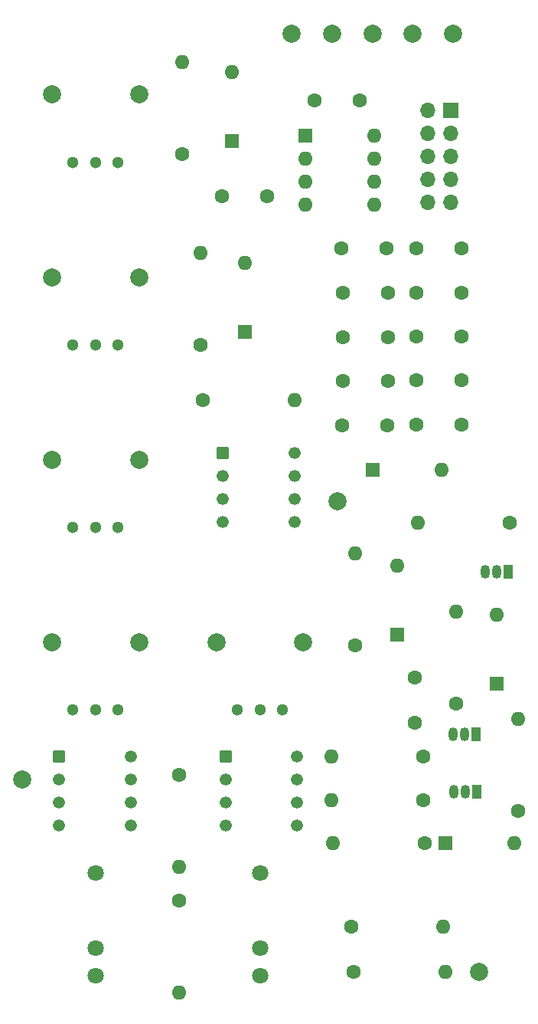
<source format=gbr>
%TF.GenerationSoftware,KiCad,Pcbnew,8.0.4*%
%TF.CreationDate,2024-08-28T23:32:37-04:00*%
%TF.ProjectId,adsr,61647372-2e6b-4696-9361-645f70636258,rev?*%
%TF.SameCoordinates,Original*%
%TF.FileFunction,Soldermask,Top*%
%TF.FilePolarity,Negative*%
%FSLAX46Y46*%
G04 Gerber Fmt 4.6, Leading zero omitted, Abs format (unit mm)*
G04 Created by KiCad (PCBNEW 8.0.4) date 2024-08-28 23:32:37*
%MOMM*%
%LPD*%
G01*
G04 APERTURE LIST*
G04 Aperture macros list*
%AMRoundRect*
0 Rectangle with rounded corners*
0 $1 Rounding radius*
0 $2 $3 $4 $5 $6 $7 $8 $9 X,Y pos of 4 corners*
0 Add a 4 corners polygon primitive as box body*
4,1,4,$2,$3,$4,$5,$6,$7,$8,$9,$2,$3,0*
0 Add four circle primitives for the rounded corners*
1,1,$1+$1,$2,$3*
1,1,$1+$1,$4,$5*
1,1,$1+$1,$6,$7*
1,1,$1+$1,$8,$9*
0 Add four rect primitives between the rounded corners*
20,1,$1+$1,$2,$3,$4,$5,0*
20,1,$1+$1,$4,$5,$6,$7,0*
20,1,$1+$1,$6,$7,$8,$9,0*
20,1,$1+$1,$8,$9,$2,$3,0*%
G04 Aperture macros list end*
%ADD10C,1.600000*%
%ADD11C,2.000000*%
%ADD12C,1.300000*%
%ADD13O,1.600000X1.600000*%
%ADD14RoundRect,0.102000X-0.565000X-0.565000X0.565000X-0.565000X0.565000X0.565000X-0.565000X0.565000X0*%
%ADD15C,1.334000*%
%ADD16R,1.600000X1.600000*%
%ADD17O,1.050000X1.500000*%
%ADD18R,1.050000X1.500000*%
%ADD19C,1.800000*%
%ADD20R,1.700000X1.700000*%
%ADD21O,1.700000X1.700000*%
G04 APERTURE END LIST*
D10*
%TO.C,C4*%
X88100000Y-84800000D03*
X93100000Y-84800000D03*
%TD*%
D11*
%TO.C,Release*%
X56100000Y-128300000D03*
X65700000Y-128300000D03*
D12*
X58400000Y-135800000D03*
X60900000Y-135800000D03*
X63400000Y-135800000D03*
%TD*%
D10*
%TO.C,R1*%
X97130000Y-145740000D03*
D13*
X86970000Y-145740000D03*
%TD*%
D14*
%TO.C,U2*%
X75010000Y-107380000D03*
D15*
X75010000Y-109920000D03*
X75010000Y-112460000D03*
X75010000Y-115000000D03*
X82950000Y-115000000D03*
X82950000Y-112460000D03*
X82950000Y-109920000D03*
X82950000Y-107380000D03*
%TD*%
D16*
%TO.C,U1*%
X84130000Y-72380000D03*
D13*
X84130000Y-74920000D03*
X84130000Y-77460000D03*
X84130000Y-80000000D03*
X91750000Y-80000000D03*
X91750000Y-77460000D03*
X91750000Y-74920000D03*
X91750000Y-72380000D03*
%TD*%
D10*
%TO.C,R8*%
X97280000Y-150500000D03*
D13*
X87120000Y-150500000D03*
%TD*%
D10*
%TO.C,R7*%
X89650000Y-128630000D03*
D13*
X89650000Y-118470000D03*
%TD*%
D10*
%TO.C,C13*%
X96400000Y-104250000D03*
X101400000Y-104250000D03*
%TD*%
D17*
%TO.C,Q3*%
X103990000Y-120500000D03*
X105260000Y-120500000D03*
D18*
X106530000Y-120500000D03*
%TD*%
D10*
%TO.C,C5*%
X88230000Y-89687500D03*
X93230000Y-89687500D03*
%TD*%
%TO.C,C1*%
X96260000Y-137190000D03*
X96260000Y-132190000D03*
%TD*%
D12*
%TO.C,Attack*%
X63400000Y-75312500D03*
X60900000Y-75312500D03*
X58400000Y-75312500D03*
D11*
X65700000Y-67812500D03*
X56100000Y-67812500D03*
%TD*%
D10*
%TO.C,C2*%
X74900000Y-79050000D03*
X79900000Y-79050000D03*
%TD*%
D13*
%TO.C,R10*%
X100760000Y-124960000D03*
D10*
X100760000Y-135120000D03*
%TD*%
%TO.C,C3*%
X85100000Y-68450000D03*
X90100000Y-68450000D03*
%TD*%
D12*
%TO.C,Decay*%
X63400000Y-95475000D03*
X60900000Y-95475000D03*
X58400000Y-95475000D03*
D11*
X65700000Y-87975000D03*
X56100000Y-87975000D03*
%TD*%
%TO.C,TP4*%
X91525000Y-61050000D03*
%TD*%
D19*
%TO.C,Output*%
X79100000Y-165180000D03*
X79100000Y-162080000D03*
X79100000Y-153780000D03*
%TD*%
D10*
%TO.C,C6*%
X88230000Y-94575000D03*
X93230000Y-94575000D03*
%TD*%
%TO.C,R12*%
X89170000Y-159700000D03*
D13*
X99330000Y-159700000D03*
%TD*%
D11*
%TO.C,TP3*%
X87062500Y-61050000D03*
%TD*%
D13*
%TO.C,R3*%
X96520000Y-115100000D03*
D10*
X106680000Y-115100000D03*
%TD*%
D12*
%TO.C,Sustain*%
X63400000Y-115637500D03*
X60900000Y-115637500D03*
X58400000Y-115637500D03*
D11*
X65700000Y-108137500D03*
X56100000Y-108137500D03*
%TD*%
D10*
%TO.C,C9*%
X101350000Y-84800000D03*
X96350000Y-84800000D03*
%TD*%
%TO.C,C7*%
X88230000Y-99462500D03*
X93230000Y-99462500D03*
%TD*%
D16*
%TO.C,D4*%
X76000000Y-72910000D03*
D13*
X76000000Y-65290000D03*
%TD*%
D16*
%TO.C,D5*%
X77450000Y-94010000D03*
D13*
X77450000Y-86390000D03*
%TD*%
D20*
%TO.C,Power1*%
X100200000Y-69590000D03*
D21*
X97660000Y-69590000D03*
X100200000Y-72130000D03*
X97660000Y-72130000D03*
X100200000Y-74670000D03*
X97660000Y-74670000D03*
X100200000Y-77210000D03*
X97660000Y-77210000D03*
X100200000Y-79750000D03*
X97660000Y-79750000D03*
%TD*%
D14*
%TO.C,U3*%
X75280000Y-140890000D03*
D15*
X75280000Y-143430000D03*
X75280000Y-145970000D03*
X75280000Y-148510000D03*
X83220000Y-148510000D03*
X83220000Y-145970000D03*
X83220000Y-143430000D03*
X83220000Y-140890000D03*
%TD*%
D11*
%TO.C,TP1*%
X52750000Y-143450000D03*
%TD*%
D10*
%TO.C,R2*%
X97130000Y-140950000D03*
D13*
X86970000Y-140950000D03*
%TD*%
D10*
%TO.C,C11*%
X96400000Y-94525000D03*
X101400000Y-94525000D03*
%TD*%
%TO.C,C8*%
X88200000Y-104350000D03*
X93200000Y-104350000D03*
%TD*%
D13*
%TO.C,D1*%
X107190000Y-150500000D03*
D16*
X99570000Y-150500000D03*
%TD*%
D11*
%TO.C,TP2*%
X82600000Y-61050000D03*
%TD*%
%TO.C,TP6*%
X100450000Y-61050000D03*
%TD*%
D10*
%TO.C,R6*%
X70450000Y-74380000D03*
D13*
X70450000Y-64220000D03*
%TD*%
D14*
%TO.C,U4*%
X56830000Y-140890000D03*
D15*
X56830000Y-143430000D03*
X56830000Y-145970000D03*
X56830000Y-148510000D03*
X64770000Y-148510000D03*
X64770000Y-145970000D03*
X64770000Y-143430000D03*
X64770000Y-140890000D03*
%TD*%
D17*
%TO.C,Q1*%
X100560000Y-144840000D03*
X101830000Y-144840000D03*
D18*
X103100000Y-144840000D03*
%TD*%
D11*
%TO.C,TP7*%
X87650000Y-112700000D03*
%TD*%
D16*
%TO.C,D6*%
X91560000Y-109240000D03*
D13*
X99180000Y-109240000D03*
%TD*%
D10*
%TO.C,R9*%
X107660000Y-146920000D03*
D13*
X107660000Y-136760000D03*
%TD*%
D10*
%TO.C,R14*%
X70150000Y-156820000D03*
D13*
X70150000Y-166980000D03*
%TD*%
D12*
%TO.C,Attenuvert*%
X81600000Y-135800000D03*
X79100000Y-135800000D03*
X76600000Y-135800000D03*
D11*
X83900000Y-128300000D03*
X74300000Y-128300000D03*
%TD*%
D10*
%TO.C,C12*%
X96400000Y-99387500D03*
X101400000Y-99387500D03*
%TD*%
%TO.C,C10*%
X101400000Y-89662500D03*
X96400000Y-89662500D03*
%TD*%
D17*
%TO.C,Q2*%
X100480000Y-138490000D03*
X101750000Y-138490000D03*
D18*
X103020000Y-138490000D03*
%TD*%
D10*
%TO.C,R13*%
X70150000Y-142990000D03*
D13*
X70150000Y-153150000D03*
%TD*%
D19*
%TO.C,Input*%
X60900000Y-165180000D03*
X60900000Y-162080000D03*
X60900000Y-153780000D03*
%TD*%
D10*
%TO.C,R11*%
X89470000Y-164700000D03*
D13*
X99630000Y-164700000D03*
%TD*%
D10*
%TO.C,R4*%
X72770000Y-101550000D03*
D13*
X82930000Y-101550000D03*
%TD*%
%TO.C,D2*%
X105280000Y-125290000D03*
D16*
X105280000Y-132910000D03*
%TD*%
D11*
%TO.C,TP5*%
X95987500Y-61050000D03*
%TD*%
D16*
%TO.C,D3*%
X94250000Y-127460000D03*
D13*
X94250000Y-119840000D03*
%TD*%
D10*
%TO.C,R5*%
X72550000Y-95480000D03*
D13*
X72550000Y-85320000D03*
%TD*%
D11*
%TO.C,TP8*%
X103350000Y-164750000D03*
%TD*%
M02*

</source>
